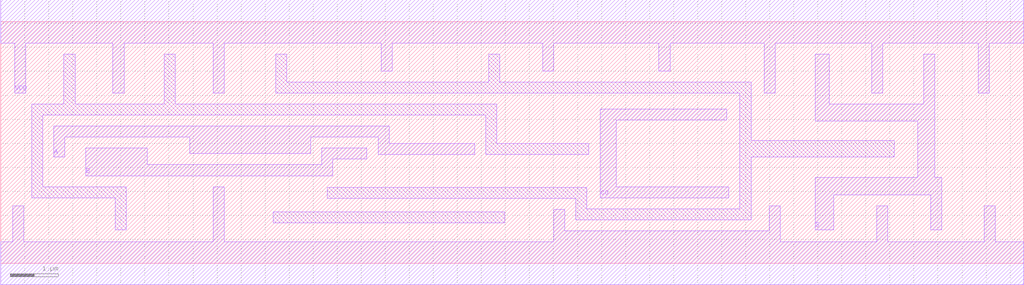
<source format=lef>
# Copyright 2022 GlobalFoundries PDK Authors
#
# Licensed under the Apache License, Version 2.0 (the "License");
# you may not use this file except in compliance with the License.
# You may obtain a copy of the License at
#
#      http://www.apache.org/licenses/LICENSE-2.0
#
# Unless required by applicable law or agreed to in writing, software
# distributed under the License is distributed on an "AS IS" BASIS,
# WITHOUT WARRANTIES OR CONDITIONS OF ANY KIND, either express or implied.
# See the License for the specific language governing permissions and
# limitations under the License.

MACRO gf180mcu_fd_sc_mcu9t5v0__addh_4
  CLASS core ;
  FOREIGN gf180mcu_fd_sc_mcu9t5v0__addh_4 0.0 0.0 ;
  ORIGIN 0 0 ;
  SYMMETRY X Y ;
  SITE GF018hv5v_green_sc9 ;
  SIZE 21.28 BY 5.04 ;
  PIN A
    DIRECTION INPUT ;
    ANTENNAGATEAREA 6.3 ;
    PORT
      LAYER METAL1 ;
        POLYGON 1.1 2.215 1.33 2.215 1.33 2.63 3.93 2.63 3.93 2.285 6.45 2.285 6.45 2.63 7.85 2.63 7.85 2.27 9.86 2.27 9.86 2.5 8.08 2.5 8.08 2.86 1.1 2.86  ;
    END
  END A
  PIN B
    DIRECTION INPUT ;
    ANTENNAGATEAREA 6.3 ;
    PORT
      LAYER METAL1 ;
        POLYGON 1.77 1.825 6.91 1.825 6.91 2.17 7.62 2.17 7.62 2.4 6.68 2.4 6.68 2.055 3.05 2.055 3.05 2.4 1.77 2.4  ;
    END
  END B
  PIN CO
    DIRECTION OUTPUT ;
    ANTENNADIFFAREA 3.5505 ;
    PORT
      LAYER METAL1 ;
        POLYGON 12.47 1.365 15.15 1.365 15.15 1.595 12.805 1.595 12.805 2.985 15.1 2.985 15.1 3.215 12.47 3.215  ;
    END
  END CO
  PIN S
    DIRECTION OUTPUT ;
    ANTENNADIFFAREA 3.6603 ;
    PORT
      LAYER METAL1 ;
        POLYGON 16.95 2.96 18.59 2.96 19.075 2.96 19.075 1.79 16.95 1.79 16.95 0.695 17.335 0.695 17.335 1.43 19.345 1.43 19.345 0.695 19.575 0.695 19.575 1.79 19.435 1.79 19.435 4.36 19.205 4.36 19.205 3.32 18.59 3.32 17.235 3.32 17.235 4.36 16.95 4.36  ;
    END
  END S
  PIN VDD
    DIRECTION INOUT ;
    USE power ;
    SHAPE ABUTMENT ;
    PORT
      LAYER METAL1 ;
        POLYGON 0 4.59 0.295 4.59 0.295 3.55 0.525 3.55 0.525 4.59 2.335 4.59 2.335 3.55 2.565 3.55 2.565 4.59 4.425 4.59 4.425 3.55 4.655 3.55 4.655 4.59 7.915 4.59 7.915 4.01 8.145 4.01 8.145 4.59 11.275 4.59 11.275 4.01 11.505 4.01 11.505 4.59 13.695 4.59 13.695 4.01 13.925 4.01 13.925 4.59 15.885 4.59 15.885 3.55 16.115 3.55 16.115 4.59 18.125 4.59 18.125 3.55 18.355 3.55 18.355 4.59 18.59 4.59 20.335 4.59 20.335 3.55 20.565 3.55 20.565 4.59 21.28 4.59 21.28 5.49 18.59 5.49 0 5.49  ;
    END
  END VDD
  PIN VSS
    DIRECTION INOUT ;
    USE ground ;
    SHAPE ABUTMENT ;
    PORT
      LAYER METAL1 ;
        POLYGON 0 -0.45 21.28 -0.45 21.28 0.45 20.695 0.45 20.695 1.2 20.465 1.2 20.465 0.45 18.455 0.45 18.455 1.2 18.225 1.2 18.225 0.45 16.215 0.45 16.215 1.2 15.985 1.2 15.985 0.675 11.735 0.675 11.735 1.125 11.505 1.125 11.505 0.45 4.655 0.45 4.655 1.595 4.425 1.595 4.425 0.45 0.475 0.45 0.475 1.2 0.245 1.2 0.245 0.45 0 0.45  ;
    END
  END VSS
  OBS
      LAYER METAL1 ;
        POLYGON 5.67 0.845 10.49 0.845 10.49 1.075 5.67 1.075  ;
        POLYGON 0.87 3.09 10.09 3.09 10.09 2.27 12.23 2.27 12.23 2.5 10.32 2.5 10.32 3.32 3.635 3.32 3.635 4.36 3.405 4.36 3.405 3.32 1.545 3.32 1.545 4.36 1.315 4.36 1.315 3.32 0.64 3.32 0.64 1.365 2.385 1.365 2.385 0.695 2.615 0.695 2.615 1.595 0.87 1.595  ;
        POLYGON 5.725 3.55 15.38 3.55 15.38 1.135 12.195 1.135 12.195 1.585 6.79 1.585 6.79 1.355 11.965 1.355 11.965 0.905 15.61 0.905 15.61 2.215 18.59 2.215 18.59 2.555 15.61 2.555 15.61 3.78 10.385 3.78 10.385 4.36 10.155 4.36 10.155 3.78 5.955 3.78 5.955 4.36 5.725 4.36  ;
  END
END gf180mcu_fd_sc_mcu9t5v0__addh_4

</source>
